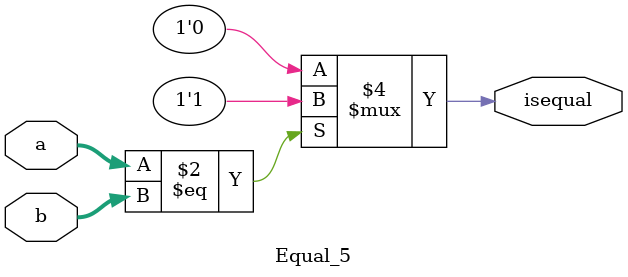
<source format=v>
`timescale 1ns / 1ps


module Equal_5(a, b, isequal);
     input [4:0] a, b;
      output reg isequal;
       
      always @(a, b) begin
           if(a == b)
               isequal = 1;
           else 
               isequal = 0;
       end
endmodule

</source>
